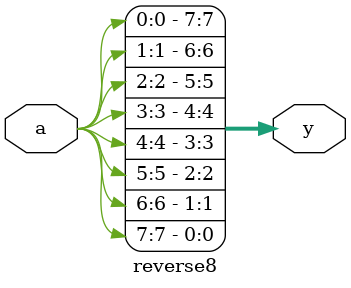
<source format=v>
`timescale 1ns / 1ps

module reverse8(
    input [7:0] a,
    output [7:0] y
    );

	assign y = {a[0], a[1], a[2], a[3], a[4], a[5], a[6], a[7]};

endmodule

</source>
